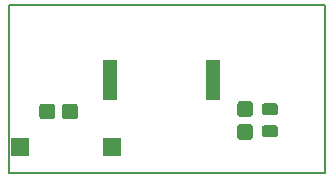
<source format=gbr>
G04 #@! TF.GenerationSoftware,KiCad,Pcbnew,5.1.0*
G04 #@! TF.CreationDate,2019-05-19T21:56:43+02:00*
G04 #@! TF.ProjectId,beeper,62656570-6572-42e6-9b69-6361645f7063,rev?*
G04 #@! TF.SameCoordinates,Original*
G04 #@! TF.FileFunction,Paste,Top*
G04 #@! TF.FilePolarity,Positive*
%FSLAX46Y46*%
G04 Gerber Fmt 4.6, Leading zero omitted, Abs format (unit mm)*
G04 Created by KiCad (PCBNEW 5.1.0) date 2019-05-19 21:56:43*
%MOMM*%
%LPD*%
G04 APERTURE LIST*
%ADD10C,0.150000*%
%ADD11C,0.100000*%
%ADD12C,1.300000*%
%ADD13R,1.500000X1.500000*%
%ADD14C,0.975000*%
%ADD15R,1.300000X3.400000*%
G04 APERTURE END LIST*
D10*
X136500000Y-108700000D02*
X136500000Y-94500000D01*
X163300000Y-108700000D02*
X136500000Y-108700000D01*
X163250000Y-94500000D02*
X163300000Y-108700000D01*
X136500000Y-94500000D02*
X163250000Y-94500000D01*
D11*
G36*
X156924504Y-104563704D02*
G01*
X156948773Y-104567304D01*
X156972571Y-104573265D01*
X156995671Y-104581530D01*
X157017849Y-104592020D01*
X157038893Y-104604633D01*
X157058598Y-104619247D01*
X157076777Y-104635723D01*
X157093253Y-104653902D01*
X157107867Y-104673607D01*
X157120480Y-104694651D01*
X157130970Y-104716829D01*
X157139235Y-104739929D01*
X157145196Y-104763727D01*
X157148796Y-104787996D01*
X157150000Y-104812500D01*
X157150000Y-105637500D01*
X157148796Y-105662004D01*
X157145196Y-105686273D01*
X157139235Y-105710071D01*
X157130970Y-105733171D01*
X157120480Y-105755349D01*
X157107867Y-105776393D01*
X157093253Y-105796098D01*
X157076777Y-105814277D01*
X157058598Y-105830753D01*
X157038893Y-105845367D01*
X157017849Y-105857980D01*
X156995671Y-105868470D01*
X156972571Y-105876735D01*
X156948773Y-105882696D01*
X156924504Y-105886296D01*
X156900000Y-105887500D01*
X156100000Y-105887500D01*
X156075496Y-105886296D01*
X156051227Y-105882696D01*
X156027429Y-105876735D01*
X156004329Y-105868470D01*
X155982151Y-105857980D01*
X155961107Y-105845367D01*
X155941402Y-105830753D01*
X155923223Y-105814277D01*
X155906747Y-105796098D01*
X155892133Y-105776393D01*
X155879520Y-105755349D01*
X155869030Y-105733171D01*
X155860765Y-105710071D01*
X155854804Y-105686273D01*
X155851204Y-105662004D01*
X155850000Y-105637500D01*
X155850000Y-104812500D01*
X155851204Y-104787996D01*
X155854804Y-104763727D01*
X155860765Y-104739929D01*
X155869030Y-104716829D01*
X155879520Y-104694651D01*
X155892133Y-104673607D01*
X155906747Y-104653902D01*
X155923223Y-104635723D01*
X155941402Y-104619247D01*
X155961107Y-104604633D01*
X155982151Y-104592020D01*
X156004329Y-104581530D01*
X156027429Y-104573265D01*
X156051227Y-104567304D01*
X156075496Y-104563704D01*
X156100000Y-104562500D01*
X156900000Y-104562500D01*
X156924504Y-104563704D01*
X156924504Y-104563704D01*
G37*
D12*
X156500000Y-105225000D03*
D11*
G36*
X156924504Y-102638704D02*
G01*
X156948773Y-102642304D01*
X156972571Y-102648265D01*
X156995671Y-102656530D01*
X157017849Y-102667020D01*
X157038893Y-102679633D01*
X157058598Y-102694247D01*
X157076777Y-102710723D01*
X157093253Y-102728902D01*
X157107867Y-102748607D01*
X157120480Y-102769651D01*
X157130970Y-102791829D01*
X157139235Y-102814929D01*
X157145196Y-102838727D01*
X157148796Y-102862996D01*
X157150000Y-102887500D01*
X157150000Y-103712500D01*
X157148796Y-103737004D01*
X157145196Y-103761273D01*
X157139235Y-103785071D01*
X157130970Y-103808171D01*
X157120480Y-103830349D01*
X157107867Y-103851393D01*
X157093253Y-103871098D01*
X157076777Y-103889277D01*
X157058598Y-103905753D01*
X157038893Y-103920367D01*
X157017849Y-103932980D01*
X156995671Y-103943470D01*
X156972571Y-103951735D01*
X156948773Y-103957696D01*
X156924504Y-103961296D01*
X156900000Y-103962500D01*
X156100000Y-103962500D01*
X156075496Y-103961296D01*
X156051227Y-103957696D01*
X156027429Y-103951735D01*
X156004329Y-103943470D01*
X155982151Y-103932980D01*
X155961107Y-103920367D01*
X155941402Y-103905753D01*
X155923223Y-103889277D01*
X155906747Y-103871098D01*
X155892133Y-103851393D01*
X155879520Y-103830349D01*
X155869030Y-103808171D01*
X155860765Y-103785071D01*
X155854804Y-103761273D01*
X155851204Y-103737004D01*
X155850000Y-103712500D01*
X155850000Y-102887500D01*
X155851204Y-102862996D01*
X155854804Y-102838727D01*
X155860765Y-102814929D01*
X155869030Y-102791829D01*
X155879520Y-102769651D01*
X155892133Y-102748607D01*
X155906747Y-102728902D01*
X155923223Y-102710723D01*
X155941402Y-102694247D01*
X155961107Y-102679633D01*
X155982151Y-102667020D01*
X156004329Y-102656530D01*
X156027429Y-102648265D01*
X156051227Y-102642304D01*
X156075496Y-102638704D01*
X156100000Y-102637500D01*
X156900000Y-102637500D01*
X156924504Y-102638704D01*
X156924504Y-102638704D01*
G37*
D12*
X156500000Y-103300000D03*
D11*
G36*
X142112004Y-102851204D02*
G01*
X142136273Y-102854804D01*
X142160071Y-102860765D01*
X142183171Y-102869030D01*
X142205349Y-102879520D01*
X142226393Y-102892133D01*
X142246098Y-102906747D01*
X142264277Y-102923223D01*
X142280753Y-102941402D01*
X142295367Y-102961107D01*
X142307980Y-102982151D01*
X142318470Y-103004329D01*
X142326735Y-103027429D01*
X142332696Y-103051227D01*
X142336296Y-103075496D01*
X142337500Y-103100000D01*
X142337500Y-103900000D01*
X142336296Y-103924504D01*
X142332696Y-103948773D01*
X142326735Y-103972571D01*
X142318470Y-103995671D01*
X142307980Y-104017849D01*
X142295367Y-104038893D01*
X142280753Y-104058598D01*
X142264277Y-104076777D01*
X142246098Y-104093253D01*
X142226393Y-104107867D01*
X142205349Y-104120480D01*
X142183171Y-104130970D01*
X142160071Y-104139235D01*
X142136273Y-104145196D01*
X142112004Y-104148796D01*
X142087500Y-104150000D01*
X141262500Y-104150000D01*
X141237996Y-104148796D01*
X141213727Y-104145196D01*
X141189929Y-104139235D01*
X141166829Y-104130970D01*
X141144651Y-104120480D01*
X141123607Y-104107867D01*
X141103902Y-104093253D01*
X141085723Y-104076777D01*
X141069247Y-104058598D01*
X141054633Y-104038893D01*
X141042020Y-104017849D01*
X141031530Y-103995671D01*
X141023265Y-103972571D01*
X141017304Y-103948773D01*
X141013704Y-103924504D01*
X141012500Y-103900000D01*
X141012500Y-103100000D01*
X141013704Y-103075496D01*
X141017304Y-103051227D01*
X141023265Y-103027429D01*
X141031530Y-103004329D01*
X141042020Y-102982151D01*
X141054633Y-102961107D01*
X141069247Y-102941402D01*
X141085723Y-102923223D01*
X141103902Y-102906747D01*
X141123607Y-102892133D01*
X141144651Y-102879520D01*
X141166829Y-102869030D01*
X141189929Y-102860765D01*
X141213727Y-102854804D01*
X141237996Y-102851204D01*
X141262500Y-102850000D01*
X142087500Y-102850000D01*
X142112004Y-102851204D01*
X142112004Y-102851204D01*
G37*
D12*
X141675000Y-103500000D03*
D11*
G36*
X140187004Y-102851204D02*
G01*
X140211273Y-102854804D01*
X140235071Y-102860765D01*
X140258171Y-102869030D01*
X140280349Y-102879520D01*
X140301393Y-102892133D01*
X140321098Y-102906747D01*
X140339277Y-102923223D01*
X140355753Y-102941402D01*
X140370367Y-102961107D01*
X140382980Y-102982151D01*
X140393470Y-103004329D01*
X140401735Y-103027429D01*
X140407696Y-103051227D01*
X140411296Y-103075496D01*
X140412500Y-103100000D01*
X140412500Y-103900000D01*
X140411296Y-103924504D01*
X140407696Y-103948773D01*
X140401735Y-103972571D01*
X140393470Y-103995671D01*
X140382980Y-104017849D01*
X140370367Y-104038893D01*
X140355753Y-104058598D01*
X140339277Y-104076777D01*
X140321098Y-104093253D01*
X140301393Y-104107867D01*
X140280349Y-104120480D01*
X140258171Y-104130970D01*
X140235071Y-104139235D01*
X140211273Y-104145196D01*
X140187004Y-104148796D01*
X140162500Y-104150000D01*
X139337500Y-104150000D01*
X139312996Y-104148796D01*
X139288727Y-104145196D01*
X139264929Y-104139235D01*
X139241829Y-104130970D01*
X139219651Y-104120480D01*
X139198607Y-104107867D01*
X139178902Y-104093253D01*
X139160723Y-104076777D01*
X139144247Y-104058598D01*
X139129633Y-104038893D01*
X139117020Y-104017849D01*
X139106530Y-103995671D01*
X139098265Y-103972571D01*
X139092304Y-103948773D01*
X139088704Y-103924504D01*
X139087500Y-103900000D01*
X139087500Y-103100000D01*
X139088704Y-103075496D01*
X139092304Y-103051227D01*
X139098265Y-103027429D01*
X139106530Y-103004329D01*
X139117020Y-102982151D01*
X139129633Y-102961107D01*
X139144247Y-102941402D01*
X139160723Y-102923223D01*
X139178902Y-102906747D01*
X139198607Y-102892133D01*
X139219651Y-102879520D01*
X139241829Y-102869030D01*
X139264929Y-102860765D01*
X139288727Y-102854804D01*
X139312996Y-102851204D01*
X139337500Y-102850000D01*
X140162500Y-102850000D01*
X140187004Y-102851204D01*
X140187004Y-102851204D01*
G37*
D12*
X139750000Y-103500000D03*
D13*
X145225000Y-106500000D03*
X137425000Y-106500000D03*
D11*
G36*
X159080142Y-104688674D02*
G01*
X159103803Y-104692184D01*
X159127007Y-104697996D01*
X159149529Y-104706054D01*
X159171153Y-104716282D01*
X159191670Y-104728579D01*
X159210883Y-104742829D01*
X159228607Y-104758893D01*
X159244671Y-104776617D01*
X159258921Y-104795830D01*
X159271218Y-104816347D01*
X159281446Y-104837971D01*
X159289504Y-104860493D01*
X159295316Y-104883697D01*
X159298826Y-104907358D01*
X159300000Y-104931250D01*
X159300000Y-105418750D01*
X159298826Y-105442642D01*
X159295316Y-105466303D01*
X159289504Y-105489507D01*
X159281446Y-105512029D01*
X159271218Y-105533653D01*
X159258921Y-105554170D01*
X159244671Y-105573383D01*
X159228607Y-105591107D01*
X159210883Y-105607171D01*
X159191670Y-105621421D01*
X159171153Y-105633718D01*
X159149529Y-105643946D01*
X159127007Y-105652004D01*
X159103803Y-105657816D01*
X159080142Y-105661326D01*
X159056250Y-105662500D01*
X158143750Y-105662500D01*
X158119858Y-105661326D01*
X158096197Y-105657816D01*
X158072993Y-105652004D01*
X158050471Y-105643946D01*
X158028847Y-105633718D01*
X158008330Y-105621421D01*
X157989117Y-105607171D01*
X157971393Y-105591107D01*
X157955329Y-105573383D01*
X157941079Y-105554170D01*
X157928782Y-105533653D01*
X157918554Y-105512029D01*
X157910496Y-105489507D01*
X157904684Y-105466303D01*
X157901174Y-105442642D01*
X157900000Y-105418750D01*
X157900000Y-104931250D01*
X157901174Y-104907358D01*
X157904684Y-104883697D01*
X157910496Y-104860493D01*
X157918554Y-104837971D01*
X157928782Y-104816347D01*
X157941079Y-104795830D01*
X157955329Y-104776617D01*
X157971393Y-104758893D01*
X157989117Y-104742829D01*
X158008330Y-104728579D01*
X158028847Y-104716282D01*
X158050471Y-104706054D01*
X158072993Y-104697996D01*
X158096197Y-104692184D01*
X158119858Y-104688674D01*
X158143750Y-104687500D01*
X159056250Y-104687500D01*
X159080142Y-104688674D01*
X159080142Y-104688674D01*
G37*
D14*
X158600000Y-105175000D03*
D11*
G36*
X159080142Y-102813674D02*
G01*
X159103803Y-102817184D01*
X159127007Y-102822996D01*
X159149529Y-102831054D01*
X159171153Y-102841282D01*
X159191670Y-102853579D01*
X159210883Y-102867829D01*
X159228607Y-102883893D01*
X159244671Y-102901617D01*
X159258921Y-102920830D01*
X159271218Y-102941347D01*
X159281446Y-102962971D01*
X159289504Y-102985493D01*
X159295316Y-103008697D01*
X159298826Y-103032358D01*
X159300000Y-103056250D01*
X159300000Y-103543750D01*
X159298826Y-103567642D01*
X159295316Y-103591303D01*
X159289504Y-103614507D01*
X159281446Y-103637029D01*
X159271218Y-103658653D01*
X159258921Y-103679170D01*
X159244671Y-103698383D01*
X159228607Y-103716107D01*
X159210883Y-103732171D01*
X159191670Y-103746421D01*
X159171153Y-103758718D01*
X159149529Y-103768946D01*
X159127007Y-103777004D01*
X159103803Y-103782816D01*
X159080142Y-103786326D01*
X159056250Y-103787500D01*
X158143750Y-103787500D01*
X158119858Y-103786326D01*
X158096197Y-103782816D01*
X158072993Y-103777004D01*
X158050471Y-103768946D01*
X158028847Y-103758718D01*
X158008330Y-103746421D01*
X157989117Y-103732171D01*
X157971393Y-103716107D01*
X157955329Y-103698383D01*
X157941079Y-103679170D01*
X157928782Y-103658653D01*
X157918554Y-103637029D01*
X157910496Y-103614507D01*
X157904684Y-103591303D01*
X157901174Y-103567642D01*
X157900000Y-103543750D01*
X157900000Y-103056250D01*
X157901174Y-103032358D01*
X157904684Y-103008697D01*
X157910496Y-102985493D01*
X157918554Y-102962971D01*
X157928782Y-102941347D01*
X157941079Y-102920830D01*
X157955329Y-102901617D01*
X157971393Y-102883893D01*
X157989117Y-102867829D01*
X158008330Y-102853579D01*
X158028847Y-102841282D01*
X158050471Y-102831054D01*
X158072993Y-102822996D01*
X158096197Y-102817184D01*
X158119858Y-102813674D01*
X158143750Y-102812500D01*
X159056250Y-102812500D01*
X159080142Y-102813674D01*
X159080142Y-102813674D01*
G37*
D14*
X158600000Y-103300000D03*
D15*
X153800000Y-100800000D03*
X145100000Y-100800000D03*
M02*

</source>
